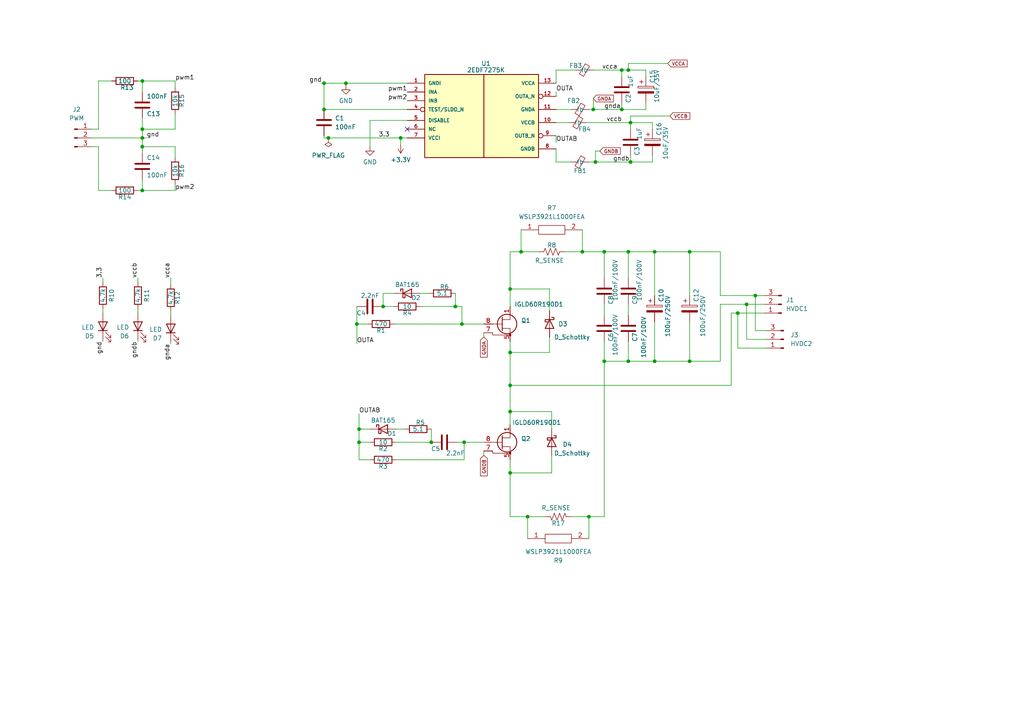
<source format=kicad_sch>
(kicad_sch (version 20211123) (generator eeschema)
  (paper "A4")
  (lib_symbols
    (symbol "2EDF7275K:2EDF7275K" (pin_names (offset 1.016))
      (property "Reference" "U1" (at 17.78 1.27 0))
      (property "Value" "2EDF7275K" (at 17.78 -0.635 0))
      (symbol "2EDF7275K_0_0"
        (rectangle (start 0 -1.905) (end 33.02 -26.035) (stroke (width 0.254)) (fill (type background)))
        (polyline (pts (xy 17.145 -1.905) (xy 17.145 -26.035)) (stroke (width 0.254)))
        (pin power_in line (at -5.08 -4.445 0) (length 5.08) (name "GNDI") (number "1"))
        (pin power_in line (at 38.1 -15.875 180) (length 5.08) (name "VCCB") (number "10"))
        (pin power_in line (at 38.1 -12.065 180) (length 5.08) (name "GNDA") (number "11"))
        (pin output inverted (at 38.1 -8.255 180) (length 5.08) (name "OUTA_N") (number "12"))
        (pin power_in line (at 38.1 -4.445 180) (length 5.08) (name "VCCA") (number "13"))
        (pin input line (at -5.08 -6.985 0) (length 5.08) (name "INA") (number "2"))
        (pin input line (at -5.08 -9.525 0) (length 5.08) (name "INB") (number "3"))
        (pin input inverted (at -5.08 -12.065 0) (length 5.08) (name "TEST/SLDO_N") (number "4"))
        (pin input line (at -5.08 -15.24 0) (length 5.08) (name "DISABLE") (number "5"))
        (pin passive line (at -5.08 -17.78 0) (length 5.08) (name "NC") (number "6"))
        (pin power_in line (at -5.08 -20.32 0) (length 5.08) (name "VCCI") (number "7"))
        (pin power_in line (at 38.1 -23.495 180) (length 5.08) (name "GNDB") (number "8"))
        (pin output inverted (at 38.1 -19.685 180) (length 5.08) (name "OUTB_N") (number "9"))
      )
    )
    (symbol "Connector:Conn_01x03_Male" (pin_names (offset 1.016) hide)
      (property "Reference" "J" (at 0 5.08 0))
      (property "Value" "Conn_01x03_Male" (at 0 -5.08 0))
      (symbol "Conn_01x03_Male_1_1"
        (polyline (pts (xy 1.27 -2.54) (xy 0.8636 -2.54)) (stroke (width 0.1524)))
        (polyline (pts (xy 1.27 0) (xy 0.8636 0)) (stroke (width 0.1524)))
        (polyline (pts (xy 1.27 2.54) (xy 0.8636 2.54)) (stroke (width 0.1524)))
        (rectangle (start 0.8636 -2.413) (end 0 -2.667) (stroke (width 0.1524)) (fill (type outline)))
        (rectangle (start 0.8636 0.127) (end 0 -0.127) (stroke (width 0.1524)) (fill (type outline)))
        (rectangle (start 0.8636 2.667) (end 0 2.413) (stroke (width 0.1524)) (fill (type outline)))
        (pin passive line (at 5.08 2.54 180) (length 3.81) (name "Pin_1") (number "1"))
        (pin passive line (at 5.08 0 180) (length 3.81) (name "Pin_2") (number "2"))
        (pin passive line (at 5.08 -2.54 180) (length 3.81) (name "Pin_3") (number "3"))
      )
    )
    (symbol "Device:C" (pin_numbers hide) (pin_names (offset 0.254))
      (property "Reference" "C" (at 0.635 2.54 0))
      (property "Value" "C" (at 0.635 -2.54 0))
      (symbol "C_0_1"
        (polyline (pts (xy -2.032 -0.762) (xy 2.032 -0.762)) (stroke (width 0.508)))
        (polyline (pts (xy -2.032 0.762) (xy 2.032 0.762)) (stroke (width 0.508)))
      )
      (symbol "C_1_1"
        (pin passive line (at 0 3.81 270) (length 2.794) (name "~") (number "1"))
        (pin passive line (at 0 -3.81 90) (length 2.794) (name "~") (number "2"))
      )
    )
    (symbol "Device:C_Polarized" (pin_numbers hide) (pin_names (offset 0.254))
      (property "Reference" "C" (at 0.635 2.54 0))
      (property "Value" "C_Polarized" (at 0.635 -2.54 0))
      (symbol "C_Polarized_0_1"
        (rectangle (start -2.286 0.508) (end 2.286 1.016))
        (polyline (pts (xy -1.778 2.286) (xy -0.762 2.286)))
        (polyline (pts (xy -1.27 2.794) (xy -1.27 1.778)))
        (rectangle (start 2.286 -0.508) (end -2.286 -1.016) (fill (type outline)))
      )
      (symbol "C_Polarized_1_1"
        (pin passive line (at 0 3.81 270) (length 2.794) (name "~") (number "1"))
        (pin passive line (at 0 -3.81 90) (length 2.794) (name "~") (number "2"))
      )
    )
    (symbol "Device:D_Schottky" (pin_numbers hide) (pin_names (offset 1.016) hide)
      (property "Reference" "D" (at 0 2.54 0))
      (property "Value" "D_Schottky" (at 0 -2.54 0))
      (symbol "D_Schottky_0_1"
        (polyline (pts (xy 1.27 0) (xy -1.27 0)))
        (polyline (pts (xy 1.27 1.27) (xy 1.27 -1.27) (xy -1.27 0) (xy 1.27 1.27)) (stroke (width 0.254)))
        (polyline (pts (xy -1.905 0.635) (xy -1.905 1.27) (xy -1.27 1.27) (xy -1.27 -1.27) (xy -0.635 -1.27) (xy -0.635 -0.635)) (stroke (width 0.254)))
      )
      (symbol "D_Schottky_1_1"
        (pin passive line (at -3.81 0 0) (length 2.54) (name "K") (number "1"))
        (pin passive line (at 3.81 0 180) (length 2.54) (name "A") (number "2"))
      )
    )
    (symbol "Device:FerriteBead_Small" (pin_numbers hide) (pin_names (offset 0))
      (property "Reference" "FB" (at 1.905 1.27 0))
      (property "Value" "FerriteBead_Small" (at 1.905 -1.27 0))
      (symbol "FerriteBead_Small_0_1"
        (polyline (pts (xy 0 -1.27) (xy 0 -0.7874)))
        (polyline (pts (xy 0 0.889) (xy 0 1.2954)))
        (polyline (pts (xy -1.8288 0.2794) (xy -1.1176 1.4986) (xy 1.8288 -0.2032) (xy 1.1176 -1.4224) (xy -1.8288 0.2794)))
      )
      (symbol "FerriteBead_Small_1_1"
        (pin passive line (at 0 2.54 270) (length 1.27) (name "~") (number "1"))
        (pin passive line (at 0 -2.54 90) (length 1.27) (name "~") (number "2"))
      )
    )
    (symbol "Device:LED" (pin_numbers hide) (pin_names (offset 1.016) hide)
      (property "Reference" "D" (at 0 2.54 0))
      (property "Value" "LED" (at 0 -2.54 0))
      (symbol "LED_0_1"
        (polyline (pts (xy -1.27 -1.27) (xy -1.27 1.27)) (stroke (width 0.254)))
        (polyline (pts (xy -1.27 0) (xy 1.27 0)))
        (polyline (pts (xy 1.27 -1.27) (xy 1.27 1.27) (xy -1.27 0) (xy 1.27 -1.27)) (stroke (width 0.254)))
        (polyline (pts (xy -3.048 -0.762) (xy -4.572 -2.286) (xy -3.81 -2.286) (xy -4.572 -2.286) (xy -4.572 -1.524)))
        (polyline (pts (xy -1.778 -0.762) (xy -3.302 -2.286) (xy -2.54 -2.286) (xy -3.302 -2.286) (xy -3.302 -1.524)))
      )
      (symbol "LED_1_1"
        (pin passive line (at -3.81 0 0) (length 2.54) (name "K") (number "1"))
        (pin passive line (at 3.81 0 180) (length 2.54) (name "A") (number "2"))
      )
    )
    (symbol "Device:R" (pin_numbers hide) (pin_names (offset 0))
      (property "Reference" "R" (at 2.032 0 90))
      (property "Value" "R" (at 0 0 90))
      (symbol "R_0_1"
        (rectangle (start -1.016 -2.54) (end 1.016 2.54) (stroke (width 0.254)))
      )
      (symbol "R_1_1"
        (pin passive line (at 0 3.81 270) (length 1.27) (name "~") (number "1"))
        (pin passive line (at 0 -3.81 90) (length 1.27) (name "~") (number "2"))
      )
    )
    (symbol "Device:R_US" (pin_numbers hide) (pin_names (offset 0))
      (property "Reference" "R" (at 2.54 0 90))
      (property "Value" "R_US" (at -2.54 0 90))
      (symbol "R_US_0_1"
        (polyline (pts (xy 0 -2.286) (xy 0 -2.54)))
        (polyline (pts (xy 0 2.286) (xy 0 2.54)))
        (polyline (pts (xy 0 -0.762) (xy 1.016 -1.143) (xy 0 -1.524) (xy -1.016 -1.905) (xy 0 -2.286)))
        (polyline (pts (xy 0 0.762) (xy 1.016 0.381) (xy 0 0) (xy -1.016 -0.381) (xy 0 -0.762)))
        (polyline (pts (xy 0 2.286) (xy 1.016 1.905) (xy 0 1.524) (xy -1.016 1.143) (xy 0 0.762)))
      )
      (symbol "R_US_1_1"
        (pin passive line (at 0 3.81 270) (length 1.27) (name "~") (number "1"))
        (pin passive line (at 0 -3.81 90) (length 1.27) (name "~") (number "2"))
      )
    )
    (symbol "Transistor_FET:IGLD60R190D1" (pin_names (offset 0) hide)
      (property "Reference" "Q" (at 5.08 1.905 0))
      (property "Value" "IGLD60R190D1" (at 5.08 0 0))
      (symbol "IGLD60R190D1_0_1"
        (polyline (pts (xy -2.54 0) (xy 0.254 0)))
        (polyline (pts (xy -2.54 -2.54) (xy -2.54 -3.175) (xy 2.54 -3.175)))
        (polyline (pts (xy 0.254 -1.27) (xy 2.54 -1.27) (xy 2.54 -2.54)))
        (polyline (pts (xy 0.254 1.905) (xy 0.254 -1.905) (xy 0.254 -1.905)) (stroke (width 0.254)))
        (polyline (pts (xy 2.54 2.54) (xy 2.54 1.27) (xy 0.254 1.27)))
        (circle (center 1.651 0) (radius 2.8194) (stroke (width 0.254)))
        (circle (center 2.54 -3.175) (radius 0.2794) (fill (type outline)))
      )
      (symbol "IGLD60R190D1_1_1"
        (pin passive line (at 2.54 5.08 270) (length 2.54) (name "D") (number "1"))
        (pin passive line (at 2.54 5.08 270) (length 2.54) hide (name "D") (number "2"))
        (pin passive line (at 2.54 5.08 270) (length 2.54) hide (name "D") (number "3"))
        (pin passive line (at 2.54 5.08 270) (length 2.54) hide (name "D") (number "4"))
        (pin passive line (at 2.54 -5.08 90) (length 2.54) (name "S") (number "5"))
        (pin passive line (at 2.54 -5.08 90) (length 2.54) hide (name "S") (number "6"))
        (pin passive line (at -5.08 -2.54 0) (length 2.54) (name "SS") (number "7"))
        (pin input line (at -5.08 0 0) (length 2.54) (name "G") (number "8"))
        (pin passive line (at 2.54 -5.08 90) (length 2.54) hide (name "S") (number "9"))
      )
    )
    (symbol "WSLP3921L1000FEA:WSLP3921L1000FEA" (pin_names (offset 0.762))
      (property "Reference" "R" (at 13.97 6.35 0))
      (property "Value" "WSLP3921L1000FEA" (at 13.97 3.81 0))
      (symbol "WSLP3921L1000FEA_0_0"
        (pin passive line (at 0 0 0) (length 5.08) (name "~") (number "1"))
        (pin passive line (at 17.78 0 180) (length 5.08) (name "~") (number "2"))
      )
      (symbol "WSLP3921L1000FEA_0_1"
        (polyline (pts (xy 5.08 1.27) (xy 12.7 1.27) (xy 12.7 -1.27) (xy 5.08 -1.27) (xy 5.08 1.27)) (stroke (width 0.1524)))
      )
    )
    (symbol "power:+3.3V" (power) (pin_names (offset 0))
      (property "Value" "+3.3V" (at 0 3.556 0))
      (symbol "+3.3V_0_1"
        (polyline (pts (xy -0.762 1.27) (xy 0 2.54)))
        (polyline (pts (xy 0 0) (xy 0 2.54)))
        (polyline (pts (xy 0 2.54) (xy 0.762 1.27)))
      )
      (symbol "+3.3V_1_1"
        (pin power_in line (at 0 0 90) (length 0) hide (name "+3.3V") (number "1"))
      )
    )
    (symbol "power:GND" (power) (pin_names (offset 0))
      (property "Value" "GND" (at 0 -3.81 0))
      (symbol "GND_0_1"
        (polyline (pts (xy 0 0) (xy 0 -1.27) (xy 1.27 -1.27) (xy 0 -2.54) (xy -1.27 -1.27) (xy 0 -1.27)))
      )
      (symbol "GND_1_1"
        (pin power_in line (at 0 0 270) (length 0) hide (name "GND") (number "1"))
      )
    )
    (symbol "power:PWR_FLAG" (power) (pin_numbers hide) (pin_names (offset 0) hide)
      (property "Value" "PWR_FLAG" (at 0 3.81 0))
      (symbol "PWR_FLAG_0_0"
        (pin power_out line (at 0 0 90) (length 0) (name "pwr") (number "1"))
      )
      (symbol "PWR_FLAG_0_1"
        (polyline (pts (xy 0 0) (xy 0 1.27) (xy -1.016 1.905) (xy 0 2.54) (xy 1.016 1.905) (xy 0 1.27)))
      )
    )
  )
  (junction (at 104.14 124.46))
  (junction (at 41.275 55.245))
  (junction (at 125.095 128.27))
  (junction (at 175.26 104.775))
  (junction (at 219.075 85.725))
  (junction (at 147.955 137.16))
  (junction (at 132.08 88.9))
  (junction (at 93.98 31.75))
  (junction (at 104.14 128.27))
  (junction (at 41.275 42.545))
  (junction (at 153.035 149.86))
  (junction (at 200.025 73.025))
  (junction (at 147.955 83.82))
  (junction (at 147.955 111.76))
  (junction (at 100.33 24.13))
  (junction (at 103.505 93.98))
  (junction (at 147.955 102.235))
  (junction (at 172.72 46.99))
  (junction (at 41.275 37.465))
  (junction (at 180.34 20.32))
  (junction (at 170.815 149.86))
  (junction (at 182.245 73.025))
  (junction (at 95.25 40.005))
  (junction (at 133.985 93.98))
  (junction (at 147.955 119.38))
  (junction (at 182.88 46.99))
  (junction (at 182.245 104.775))
  (junction (at 189.865 73.025))
  (junction (at 134.62 128.27))
  (junction (at 168.91 73.025))
  (junction (at 180.34 31.75))
  (junction (at 93.98 24.13))
  (junction (at 200.025 104.775))
  (junction (at 182.245 20.32))
  (junction (at 175.26 73.025))
  (junction (at 213.995 90.805))
  (junction (at 41.275 40.005))
  (junction (at 41.275 23.495))
  (junction (at 216.535 88.265))
  (junction (at 111.125 88.9))
  (junction (at 182.88 35.56))
  (junction (at 172.085 31.75))
  (junction (at 189.865 104.775))
  (junction (at 151.13 73.025))
  (junction (at 116.205 40.005))
  (no_connect (at 118.11 37.465))
  (wire (pts (xy 111.125 85.09) (xy 114.3 85.09)))
  (wire (pts (xy 28.575 55.245) (xy 28.575 42.545)))
  (wire (pts (xy 189.865 93.345) (xy 189.865 104.775)))
  (wire (pts (xy 213.995 90.805) (xy 221.615 90.805)))
  (wire (pts (xy 49.53 90.17) (xy 49.53 91.44)))
  (wire (pts (xy 93.98 31.75) (xy 118.11 31.75)))
  (wire (pts (xy 187.325 29.845) (xy 187.325 31.75)))
  (wire (pts (xy 180.34 22.225) (xy 180.34 20.32)))
  (wire (pts (xy 160.02 119.38) (xy 147.955 119.38)))
  (wire (pts (xy 114.935 128.27) (xy 125.095 128.27)))
  (wire (pts (xy 147.955 99.06) (xy 147.955 102.235)))
  (wire (pts (xy 222.25 95.885) (xy 219.075 95.885)))
  (wire (pts (xy 100.33 24.765) (xy 100.33 24.13)))
  (wire (pts (xy 170.815 149.86) (xy 165.735 149.86)))
  (wire (pts (xy 28.575 23.495) (xy 32.385 23.495)))
  (wire (pts (xy 208.915 73.025) (xy 208.915 85.725)))
  (wire (pts (xy 140.335 132.08) (xy 140.335 130.81)))
  (wire (pts (xy 189.865 73.025) (xy 200.025 73.025)))
  (wire (pts (xy 219.075 95.885) (xy 219.075 85.725)))
  (wire (pts (xy 107.315 34.925) (xy 107.315 42.545)))
  (wire (pts (xy 172.085 31.75) (xy 180.34 31.75)))
  (wire (pts (xy 116.205 41.91) (xy 116.205 40.005)))
  (wire (pts (xy 161.29 24.13) (xy 161.29 20.32)))
  (wire (pts (xy 175.26 104.775) (xy 175.26 99.06)))
  (wire (pts (xy 41.275 42.545) (xy 41.275 44.45)))
  (wire (pts (xy 147.955 119.38) (xy 147.955 123.19)))
  (wire (pts (xy 187.325 31.75) (xy 180.34 31.75)))
  (wire (pts (xy 182.245 73.025) (xy 189.865 73.025)))
  (wire (pts (xy 93.98 24.13) (xy 100.33 24.13)))
  (wire (pts (xy 212.09 111.76) (xy 212.09 90.805)))
  (wire (pts (xy 50.8 25.4) (xy 50.8 23.495)))
  (wire (pts (xy 28.575 37.465) (xy 28.575 23.495)))
  (wire (pts (xy 100.33 24.13) (xy 118.11 24.13)))
  (wire (pts (xy 41.275 23.495) (xy 41.275 26.67)))
  (wire (pts (xy 172.085 20.32) (xy 180.34 20.32)))
  (wire (pts (xy 121.92 88.9) (xy 132.08 88.9)))
  (wire (pts (xy 147.955 73.025) (xy 147.955 83.82)))
  (wire (pts (xy 160.02 124.46) (xy 160.02 119.38)))
  (wire (pts (xy 40.005 80.645) (xy 40.005 81.915)))
  (wire (pts (xy 147.955 137.16) (xy 147.955 149.86)))
  (wire (pts (xy 161.29 35.56) (xy 165.1 35.56)))
  (wire (pts (xy 170.18 35.56) (xy 182.88 35.56)))
  (wire (pts (xy 151.13 66.675) (xy 151.13 73.025)))
  (wire (pts (xy 172.72 46.99) (xy 182.88 46.99)))
  (wire (pts (xy 103.505 93.98) (xy 103.505 88.9)))
  (wire (pts (xy 170.815 156.21) (xy 170.815 149.86)))
  (wire (pts (xy 134.62 128.27) (xy 140.335 128.27)))
  (wire (pts (xy 172.085 31.75) (xy 170.815 31.75)))
  (wire (pts (xy 114.3 88.9) (xy 111.125 88.9)))
  (wire (pts (xy 213.995 100.965) (xy 213.995 90.805)))
  (wire (pts (xy 106.68 93.98) (xy 103.505 93.98)))
  (wire (pts (xy 200.025 85.725) (xy 200.025 73.025)))
  (wire (pts (xy 182.245 104.775) (xy 189.865 104.775)))
  (wire (pts (xy 175.26 88.265) (xy 175.26 91.44)))
  (wire (pts (xy 159.385 97.79) (xy 159.385 102.235)))
  (wire (pts (xy 159.385 102.235) (xy 147.955 102.235)))
  (wire (pts (xy 132.715 128.27) (xy 134.62 128.27)))
  (wire (pts (xy 50.8 45.72) (xy 50.8 42.545)))
  (wire (pts (xy 161.29 41.275) (xy 161.29 39.37)))
  (wire (pts (xy 104.14 120.015) (xy 104.14 124.46)))
  (wire (pts (xy 147.955 111.76) (xy 147.955 119.38)))
  (wire (pts (xy 182.88 45.085) (xy 182.88 46.99)))
  (wire (pts (xy 161.29 26.67) (xy 161.29 27.94)))
  (wire (pts (xy 161.29 20.32) (xy 167.005 20.32)))
  (wire (pts (xy 182.245 88.265) (xy 182.245 91.44)))
  (wire (pts (xy 182.245 73.025) (xy 182.245 80.645)))
  (wire (pts (xy 26.67 37.465) (xy 28.575 37.465)))
  (wire (pts (xy 40.005 99.06) (xy 40.005 98.425)))
  (wire (pts (xy 41.275 34.29) (xy 41.275 37.465)))
  (wire (pts (xy 182.245 18.415) (xy 193.675 18.415)))
  (wire (pts (xy 151.13 73.025) (xy 156.21 73.025)))
  (wire (pts (xy 160.02 132.08) (xy 160.02 137.16)))
  (wire (pts (xy 26.67 42.545) (xy 28.575 42.545)))
  (wire (pts (xy 200.025 73.025) (xy 208.915 73.025)))
  (wire (pts (xy 114.935 124.46) (xy 117.475 124.46)))
  (wire (pts (xy 133.985 93.98) (xy 140.335 93.98)))
  (wire (pts (xy 29.845 80.645) (xy 29.845 81.915)))
  (wire (pts (xy 189.23 45.085) (xy 189.23 46.99)))
  (wire (pts (xy 40.005 55.245) (xy 41.275 55.245)))
  (wire (pts (xy 50.8 55.245) (xy 41.275 55.245)))
  (wire (pts (xy 161.29 43.18) (xy 161.29 46.99)))
  (wire (pts (xy 107.315 128.27) (xy 104.14 128.27)))
  (wire (pts (xy 170.815 46.99) (xy 172.72 46.99)))
  (wire (pts (xy 50.8 33.02) (xy 50.8 37.465)))
  (wire (pts (xy 159.385 90.17) (xy 159.385 83.82)))
  (wire (pts (xy 200.025 93.345) (xy 200.025 104.775)))
  (wire (pts (xy 50.8 23.495) (xy 41.275 23.495)))
  (wire (pts (xy 159.385 83.82) (xy 147.955 83.82)))
  (wire (pts (xy 147.955 111.76) (xy 212.09 111.76)))
  (wire (pts (xy 26.67 40.005) (xy 41.275 40.005)))
  (wire (pts (xy 41.275 55.245) (xy 41.275 52.07)))
  (wire (pts (xy 103.505 99.695) (xy 103.505 93.98)))
  (wire (pts (xy 93.98 40.005) (xy 95.25 40.005)))
  (wire (pts (xy 116.205 40.005) (xy 118.11 40.005)))
  (wire (pts (xy 125.095 128.27) (xy 125.095 124.46)))
  (wire (pts (xy 175.26 104.775) (xy 182.245 104.775)))
  (wire (pts (xy 93.98 39.37) (xy 93.98 40.005)))
  (wire (pts (xy 147.955 133.35) (xy 147.955 137.16)))
  (wire (pts (xy 41.275 37.465) (xy 41.275 40.005)))
  (wire (pts (xy 161.29 31.75) (xy 165.735 31.75)))
  (wire (pts (xy 168.91 73.025) (xy 163.83 73.025)))
  (wire (pts (xy 175.26 73.025) (xy 182.245 73.025)))
  (wire (pts (xy 208.915 85.725) (xy 219.075 85.725)))
  (wire (pts (xy 49.53 99.695) (xy 49.53 99.06)))
  (wire (pts (xy 50.8 37.465) (xy 41.275 37.465)))
  (wire (pts (xy 208.915 88.265) (xy 216.535 88.265)))
  (wire (pts (xy 29.845 89.535) (xy 29.845 90.805)))
  (wire (pts (xy 219.075 85.725) (xy 221.615 85.725)))
  (wire (pts (xy 41.275 40.005) (xy 42.545 40.005)))
  (wire (pts (xy 189.23 37.465) (xy 189.23 35.56)))
  (wire (pts (xy 187.325 22.225) (xy 187.325 20.32)))
  (wire (pts (xy 114.935 133.35) (xy 134.62 133.35)))
  (wire (pts (xy 93.98 24.13) (xy 93.98 31.75)))
  (wire (pts (xy 147.955 149.86) (xy 153.035 149.86)))
  (wire (pts (xy 208.915 104.775) (xy 208.915 88.265)))
  (wire (pts (xy 153.035 156.21) (xy 153.035 149.86)))
  (wire (pts (xy 104.14 133.35) (xy 104.14 128.27)))
  (wire (pts (xy 182.88 35.56) (xy 189.23 35.56)))
  (wire (pts (xy 50.8 42.545) (xy 41.275 42.545)))
  (wire (pts (xy 140.335 97.79) (xy 140.335 96.52)))
  (wire (pts (xy 132.08 88.9) (xy 132.08 85.09)))
  (wire (pts (xy 107.315 133.35) (xy 104.14 133.35)))
  (wire (pts (xy 182.88 35.56) (xy 182.88 37.465)))
  (wire (pts (xy 172.085 28.575) (xy 172.085 31.75)))
  (wire (pts (xy 133.985 93.98) (xy 133.985 88.9)))
  (wire (pts (xy 182.88 46.99) (xy 189.23 46.99)))
  (wire (pts (xy 182.245 18.415) (xy 182.245 20.32)))
  (wire (pts (xy 32.385 55.245) (xy 28.575 55.245)))
  (wire (pts (xy 50.8 53.34) (xy 50.8 55.245)))
  (wire (pts (xy 111.125 88.9) (xy 111.125 85.09)))
  (wire (pts (xy 41.275 42.545) (xy 41.275 40.005)))
  (wire (pts (xy 175.26 73.025) (xy 168.91 73.025)))
  (wire (pts (xy 222.25 98.425) (xy 216.535 98.425)))
  (wire (pts (xy 189.865 85.725) (xy 189.865 73.025)))
  (wire (pts (xy 161.29 46.99) (xy 165.735 46.99)))
  (wire (pts (xy 29.845 99.06) (xy 29.845 98.425)))
  (wire (pts (xy 189.865 104.775) (xy 200.025 104.775)))
  (wire (pts (xy 180.34 20.32) (xy 182.245 20.32)))
  (wire (pts (xy 173.99 43.815) (xy 172.72 43.815)))
  (wire (pts (xy 40.005 89.535) (xy 40.005 90.805)))
  (wire (pts (xy 147.955 83.82) (xy 147.955 88.9)))
  (wire (pts (xy 172.72 43.815) (xy 172.72 46.99)))
  (wire (pts (xy 182.88 33.655) (xy 182.88 35.56)))
  (wire (pts (xy 40.005 23.495) (xy 41.275 23.495)))
  (wire (pts (xy 104.14 124.46) (xy 107.315 124.46)))
  (wire (pts (xy 133.985 88.9) (xy 132.08 88.9)))
  (wire (pts (xy 216.535 88.265) (xy 221.615 88.265)))
  (wire (pts (xy 153.035 149.86) (xy 158.115 149.86)))
  (wire (pts (xy 175.26 80.645) (xy 175.26 73.025)))
  (wire (pts (xy 107.315 34.925) (xy 118.11 34.925)))
  (wire (pts (xy 134.62 133.35) (xy 134.62 128.27)))
  (wire (pts (xy 222.25 100.965) (xy 213.995 100.965)))
  (wire (pts (xy 121.92 85.09) (xy 124.46 85.09)))
  (wire (pts (xy 194.31 33.655) (xy 182.88 33.655)))
  (wire (pts (xy 180.34 29.845) (xy 180.34 31.75)))
  (wire (pts (xy 216.535 98.425) (xy 216.535 88.265)))
  (wire (pts (xy 175.26 149.86) (xy 175.26 104.775)))
  (wire (pts (xy 95.25 40.005) (xy 116.205 40.005)))
  (wire (pts (xy 170.815 149.86) (xy 175.26 149.86)))
  (wire (pts (xy 114.3 93.98) (xy 133.985 93.98)))
  (wire (pts (xy 93.345 24.13) (xy 93.98 24.13)))
  (wire (pts (xy 160.02 137.16) (xy 147.955 137.16)))
  (wire (pts (xy 147.955 102.235) (xy 147.955 111.76)))
  (wire (pts (xy 187.325 20.32) (xy 182.245 20.32)))
  (wire (pts (xy 168.91 66.675) (xy 168.91 73.025)))
  (wire (pts (xy 182.245 99.06) (xy 182.245 104.775)))
  (wire (pts (xy 104.14 128.27) (xy 104.14 124.46)))
  (wire (pts (xy 147.955 73.025) (xy 151.13 73.025)))
  (wire (pts (xy 200.025 104.775) (xy 208.915 104.775)))
  (wire (pts (xy 212.09 90.805) (xy 213.995 90.805)))
  (wire (pts (xy 49.53 80.645) (xy 49.53 82.55)))
  (label "pwm1" (at 118.11 26.67 180))
  (label "pwm2" (at 50.8 55.245 0))
  (label "gnd" (at 29.845 99.06 270))
  (label "OUTA" (at 103.505 99.695 0))
  (label "gnda" (at 175.26 31.75 0))
  (label "pwm1" (at 50.8 23.495 0))
  (label "OUTA" (at 161.29 26.67 0))
  (label "pwm2" (at 118.11 29.21 180))
  (label "gnda" (at 49.53 99.695 270))
  (label "vcca" (at 174.625 20.32 0))
  (label "vcca" (at 49.53 80.645 90))
  (label "gndb" (at 40.005 99.06 270))
  (label "3.3" (at 29.845 80.645 90))
  (label "vccb" (at 175.895 35.56 0))
  (label "vccb" (at 40.005 80.645 90))
  (label "gndb" (at 177.8 46.99 0))
  (label "gnd" (at 93.345 24.13 180))
  (label "gnd" (at 42.545 40.005 0))
  (label "3.3" (at 113.03 40.005 180))
  (label "OUTAB" (at 104.14 120.015 0))
  (label "OUTAB" (at 161.29 41.275 0))
  (global_label "GNDA" (shape input) (at 172.085 28.575 0) (effects (font (size 1 1))) (property "Intersheet References" "${INTERSHEET_REFS}" (effects hide)))
  (global_label "GNDB" (shape input) (at 140.335 132.08 270) (effects (font (size 1 1))) (property "Intersheet References" "${INTERSHEET_REFS}" (effects hide)))
  (global_label "GNDA" (shape input) (at 140.335 97.79 270) (effects (font (size 1 1))) (property "Intersheet References" "${INTERSHEET_REFS}" (effects hide)))
  (global_label "GNDB" (shape input) (at 173.99 43.815 0) (effects (font (size 1 1))) (property "Intersheet References" "${INTERSHEET_REFS}" (effects hide)))
  (global_label "VCCA" (shape input) (at 193.675 18.415 0) (effects (font (size 1 1))) (property "Intersheet References" "${INTERSHEET_REFS}" (effects hide)))
  (global_label "VCCB" (shape input) (at 194.31 33.655 0) (effects (font (size 1 1))) (property "Intersheet References" "${INTERSHEET_REFS}" (effects hide)))
  (symbol (lib_id "Connector:Conn_01x03_Male") (at 227.33 98.425 180) (unit 1)
    (property "Reference" "J3" (at 229.235 97.1549 0) (effects (justify right)))
    (property "Value" "HVDC2" (at 229.235 99.6949 0) (effects (justify right)))
    (property "Footprint" "Connector_Molex:Molex_KK-396_A-41791-0003_1x03_P3.96mm_Vertical" (effects hide))
  )
  (symbol (lib_id "Device:FerriteBead_Small") (at 168.275 31.75 90) (unit 1)
    (property "Reference" "FB2" (at 166.37 29.21 90))
    (property "Value" "fb" (at 168.275 31.75 90))
    (property "Footprint" "Resistor_SMD:R_0805_2012Metric" (effects hide))
  )
  (symbol (lib_id "Device:R") (at 111.125 133.35 90) (unit 1)
    (property "Reference" "R3" (at 111.125 135.255 90))
    (property "Value" "470" (at 111.125 133.35 90))
    (property "Footprint" "Resistor_SMD:R_0805_2012Metric" (effects hide))
  )
  (symbol (lib_id "power:PWR_FLAG") (at 95.25 40.005 180) (unit 1)
    (property "Reference" "#FLG01" (effects hide))
    (property "Value" "PWR_FLAG" (at 95.25 45.085 0))
  )
  (symbol (lib_id "Device:R") (at 49.53 86.36 180) (unit 1)
    (property "Reference" "R12" (at 51.435 86.36 90))
    (property "Value" "4.7k" (at 49.53 86.36 90))
    (property "Footprint" "Resistor_SMD:R_0805_2012Metric" (effects hide))
  )
  (symbol (lib_id "Device:R") (at 110.49 93.98 90) (unit 1)
    (property "Reference" "R1" (at 110.49 95.885 90))
    (property "Value" "470" (at 110.49 93.98 90))
    (property "Footprint" "Resistor_SMD:R_0805_2012Metric" (effects hide))
  )
  (symbol (lib_id "power:GND") (at 107.315 42.545 0) (unit 1)
    (property "Reference" "#PWR0101" (effects hide))
    (property "Value" "GND" (at 107.315 46.99 0))
  )
  (symbol (lib_id "Device:R") (at 40.005 85.725 180) (unit 1)
    (property "Reference" "R11" (at 42.545 85.725 90))
    (property "Value" "4.7k" (at 40.005 85.725 90))
    (property "Footprint" "Resistor_SMD:R_0805_2012Metric" (effects hide))
  )
  (symbol (lib_id "Device:LED") (at 40.005 94.615 90) (unit 1)
    (property "Reference" "D6" (at 37.465 97.4726 90) (effects (justify left)))
    (property "Value" "LED" (at 37.465 94.9326 90) (effects (justify left)))
    (property "Footprint" "LED_SMD:LED_0805_2012Metric" (effects hide))
  )
  (symbol (lib_id "Device:D_Schottky") (at 160.02 128.27 270) (unit 1)
    (property "Reference" "D4" (at 163.195 128.905 90) (effects (justify left)))
    (property "Value" "D_Schottky" (at 160.655 131.445 90) (effects (justify left)))
    (property "Footprint" "Diode_THT:D_5KPW_P12.70mm_Horizontal" (effects hide))
  )
  (symbol (lib_id "Device:C") (at 180.34 26.035 180) (unit 1)
    (property "Reference" "C2" (at 182.245 28.575 90))
    (property "Value" "1uF" (at 182.88 23.495 90))
    (property "Footprint" "Capacitor_SMD:C_0805_2012Metric" (effects hide))
  )
  (symbol (lib_id "Device:C") (at 182.245 95.25 180) (unit 1)
    (property "Reference" "C7" (at 184.15 97.79 90))
    (property "Value" "100nF/100V" (at 186.69 97.79 90))
    (property "Footprint" "Capacitor_SMD:C_0805_2012Metric" (effects hide))
  )
  (symbol (lib_id "Device:FerriteBead_Small") (at 169.545 20.32 90) (unit 1)
    (property "Reference" "FB3" (at 167.005 19.05 90))
    (property "Value" "fb" (at 169.545 20.32 90))
    (property "Footprint" "Resistor_SMD:R_0805_2012Metric" (effects hide))
  )
  (symbol (lib_id "Device:C_Polarized") (at 189.865 89.535 0) (unit 1)
    (property "Reference" "C10" (at 191.77 87.63 90) (effects (justify left)))
    (property "Value" "100uF/250V" (at 193.675 97.79 90) (effects (justify left)))
    (property "Footprint" "Capacitor_SMD:CP_Elec_4x5.8" (effects hide))
  )
  (symbol (lib_id "Device:C") (at 175.26 95.25 180) (unit 1)
    (property "Reference" "C6" (at 177.165 97.79 90))
    (property "Value" "100nF/100V" (at 178.435 97.155 90))
    (property "Footprint" "Capacitor_SMD:C_0805_2012Metric" (effects hide))
  )
  (symbol (lib_id "Connector:Conn_01x03_Male") (at 21.59 40.005 0) (unit 1)
    (property "Reference" "J2" (at 22.225 31.75 0))
    (property "Value" "PWM" (at 22.225 34.29 0))
    (property "Footprint" "Connector_Molex:Molex_KK-254_AE-6410-03A_1x03_P2.54mm_Vertical" (effects hide))
  )
  (symbol (lib_id "Device:C") (at 128.905 128.27 90) (unit 1)
    (property "Reference" "C5" (at 126.365 130.175 90))
    (property "Value" "2.2nF" (at 132.08 131.445 90))
    (property "Footprint" "Capacitor_SMD:C_0805_2012Metric" (effects hide))
  )
  (symbol (lib_id "Device:C") (at 107.315 88.9 90) (unit 1)
    (property "Reference" "C4" (at 104.775 90.805 90))
    (property "Value" "2.2nF" (at 107.315 85.725 90))
    (property "Footprint" "Capacitor_SMD:C_0805_2012Metric" (effects hide))
  )
  (symbol (lib_id "Device:C") (at 182.245 84.455 180) (unit 1)
    (property "Reference" "C9" (at 184.15 86.995 90))
    (property "Value" "100nF/100V" (at 185.42 81.28 90))
    (property "Footprint" "Capacitor_SMD:C_0805_2012Metric" (effects hide))
  )
  (symbol (lib_id "Device:C") (at 41.275 30.48 0) (mirror x) (unit 1)
    (property "Reference" "C13" (at 42.545 33.02 0) (effects (justify left)))
    (property "Value" "100nF" (at 42.545 27.94 0) (effects (justify left)))
    (property "Footprint" "Capacitor_SMD:C_0805_2012Metric" (effects hide))
  )
  (symbol (lib_id "Device:R") (at 50.8 49.53 180) (unit 1)
    (property "Reference" "R16" (at 52.705 49.53 90))
    (property "Value" "10k" (at 50.8 49.53 90))
    (property "Footprint" "Resistor_SMD:R_0805_2012Metric" (effects hide))
  )
  (symbol (lib_id "Device:R") (at 50.8 29.21 0) (mirror y) (unit 1)
    (property "Reference" "R15" (at 52.705 29.21 90))
    (property "Value" "10k" (at 50.8 29.21 90))
    (property "Footprint" "Resistor_SMD:R_0805_2012Metric" (effects hide))
  )
  (symbol (lib_id "Device:C_Polarized") (at 189.23 41.275 0) (unit 1)
    (property "Reference" "C16" (at 191.135 39.37 90) (effects (justify left)))
    (property "Value" "10uF/35V" (at 193.04 46.355 90) (effects (justify left)))
    (property "Footprint" "Capacitor_SMD:CP_Elec_4x5.8" (effects hide))
  )
  (symbol (lib_id "Device:R_US") (at 161.925 149.86 90) (mirror x) (unit 1)
    (property "Reference" "R17" (at 161.925 151.765 90))
    (property "Value" "R_SENSE" (at 161.29 147.32 90))
  )
  (symbol (lib_id "Device:R") (at 121.285 124.46 90) (unit 1)
    (property "Reference" "R5" (at 121.92 122.555 90))
    (property "Value" "5.1" (at 121.285 124.46 90))
    (property "Footprint" "Resistor_SMD:R_0805_2012Metric" (effects hide))
  )
  (symbol (lib_id "Device:C") (at 41.275 48.26 0) (unit 1)
    (property "Reference" "C14" (at 42.545 45.72 0) (effects (justify left)))
    (property "Value" "100nF" (at 42.545 50.8 0) (effects (justify left)))
    (property "Footprint" "Capacitor_SMD:C_0805_2012Metric" (effects hide))
  )
  (symbol (lib_id "Device:FerriteBead_Small") (at 168.275 46.99 90) (unit 1)
    (property "Reference" "FB1" (at 168.275 49.53 90))
    (property "Value" "fb" (at 168.275 46.99 90))
    (property "Footprint" "Resistor_SMD:R_0805_2012Metric" (effects hide))
  )
  (symbol (lib_id "WSLP3921L1000FEA:WSLP3921L1000FEA") (at 153.035 156.21 0) (mirror x) (unit 1)
    (property "Reference" "R9" (at 161.925 162.56 0))
    (property "Value" "WSLP3921L1000FEA" (at 161.925 160.02 0))
    (property "Footprint" "footprint:RESC10052X50N" (effects hide))
    (property "Datasheet" "https://datasheet.datasheetarchive.com/originals/distributors/Datasheets_SAMA/cd369b67f640568f5c60fc944b86acf3.pdf" (effects hide))
    (property "Description" "Current Sense Resistors - SMD 9W 0.0001ohm 1%" (effects hide))
    (property "Height" "0.5" (effects hide))
    (property "Manufacturer_Name" "Vishay" (effects hide))
    (property "Manufacturer_Part_Number" "WSLP3921L1000FEA" (effects hide))
    (property "Mouser Part Number" "71-WSLP3921L1000FEA" (effects hide))
    (property "Mouser Price/Stock" "https://www.mouser.co.uk/ProductDetail/Vishay-Dale/WSLP3921L1000FEA?qs=TiOZkKH1s2S5b3T%252BuIp%2FVQ%3D%3D" (effects hide))
  )
  (symbol (lib_id "Device:R") (at 29.845 85.725 180) (unit 1)
    (property "Reference" "R10" (at 32.385 85.725 90))
    (property "Value" "4.7k" (at 29.845 85.725 90))
    (property "Footprint" "Resistor_SMD:R_0805_2012Metric" (effects hide))
  )
  (symbol (lib_id "Device:C") (at 175.26 84.455 180) (unit 1)
    (property "Reference" "C8" (at 177.165 86.995 90))
    (property "Value" "100nF/100V" (at 178.435 81.28 90))
    (property "Footprint" "Capacitor_SMD:C_0805_2012Metric" (effects hide))
  )
  (symbol (lib_id "2EDF7275K:2EDF7275K") (at 123.19 19.685 0) (unit 1)
    (property "Reference" "U1" (at 140.97 18.415 0))
    (property "Value" "2EDF7275K" (at 140.97 20.32 0))
    (property "Footprint" "footprint:TFLGA65P500X500X106-14_13N-V" (effects hide))
  )
  (symbol (lib_id "Transistor_FET:IGLD60R190D1") (at 145.415 93.98 0) (unit 1)
    (property "Reference" "Q1" (at 151.13 92.9639 0) (effects (justify left)))
    (property "Value" "IGLD60R190D1" (at 149.225 88.265 0) (effects (justify left)))
    (property "Footprint" "Package_SON:Infineon_PG-LSON-8-1" (effects hide))
    (property "Datasheet" "https://www.infineon.com/dgdl/Infineon-IGLD60R190D1-DataSheet-v02_00-EN.pdf?fileId=5546d46269e1c019016a6d78ff5e2aba" (effects hide))
  )
  (symbol (lib_id "WSLP3921L1000FEA:WSLP3921L1000FEA") (at 151.13 66.675 0) (unit 1)
    (property "Reference" "R7" (at 160.02 60.325 0))
    (property "Value" "WSLP3921L1000FEA" (at 160.02 62.865 0))
    (property "Footprint" "footprint:RESC10052X50N" (effects hide))
    (property "Datasheet" "https://datasheet.datasheetarchive.com/originals/distributors/Datasheets_SAMA/cd369b67f640568f5c60fc944b86acf3.pdf" (effects hide))
    (property "Description" "Current Sense Resistors - SMD 9W 0.0001ohm 1%" (effects hide))
    (property "Height" "0.5" (effects hide))
    (property "Manufacturer_Name" "Vishay" (effects hide))
    (property "Manufacturer_Part_Number" "WSLP3921L1000FEA" (effects hide))
    (property "Mouser Part Number" "71-WSLP3921L1000FEA" (effects hide))
    (property "Mouser Price/Stock" "https://www.mouser.co.uk/ProductDetail/Vishay-Dale/WSLP3921L1000FEA?qs=TiOZkKH1s2S5b3T%252BuIp%2FVQ%3D%3D" (effects hide))
  )
  (symbol (lib_id "power:GND") (at 100.33 24.765 0) (unit 1)
    (property "Reference" "#PWR0102" (effects hide))
    (property "Value" "GND" (at 100.33 29.21 0))
  )
  (symbol (lib_id "Device:R") (at 36.195 23.495 90) (mirror x) (unit 1)
    (property "Reference" "R13" (at 36.83 25.4 90))
    (property "Value" "100" (at 36.195 23.495 90))
    (property "Footprint" "Resistor_SMD:R_0805_2012Metric" (effects hide))
  )
  (symbol (lib_id "Device:D_Schottky") (at 159.385 93.98 270) (unit 1)
    (property "Reference" "D3" (at 161.925 93.98 90) (effects (justify left)))
    (property "Value" "D_Schottky" (at 160.655 97.79 90) (effects (justify left)))
    (property "Footprint" "Diode_THT:D_5KPW_P12.70mm_Horizontal" (effects hide))
  )
  (symbol (lib_id "Connector:Conn_01x03_Male") (at 226.695 88.265 180) (unit 1)
    (property "Reference" "J1" (at 227.965 86.9949 0) (effects (justify right)))
    (property "Value" "HVDC1" (at 227.965 89.5349 0) (effects (justify right)))
    (property "Footprint" "Connector_Molex:Molex_KK-396_A-41791-0003_1x03_P3.96mm_Vertical" (effects hide))
  )
  (symbol (lib_id "power:+3.3V") (at 116.205 41.91 180) (unit 1)
    (property "Reference" "#PWR01" (effects hide))
    (property "Value" "+3.3V" (at 116.205 46.355 0))
  )
  (symbol (lib_id "Device:C") (at 182.88 41.275 180) (unit 1)
    (property "Reference" "C3" (at 184.785 43.815 90))
    (property "Value" "1uF" (at 185.42 38.735 90))
    (property "Footprint" "Capacitor_SMD:C_0805_2012Metric" (effects hide))
  )
  (symbol (lib_id "Device:R") (at 36.195 55.245 90) (unit 1)
    (property "Reference" "R14" (at 36.195 57.15 90))
    (property "Value" "100" (at 36.195 55.245 90))
    (property "Footprint" "Resistor_SMD:R_0805_2012Metric" (effects hide))
  )
  (symbol (lib_id "Device:R_US") (at 160.02 73.025 90) (unit 1)
    (property "Reference" "R8" (at 160.02 71.12 90))
    (property "Value" "R_SENSE" (at 159.385 75.565 90))
  )
  (symbol (lib_id "Device:D_Schottky") (at 118.11 85.09 0) (unit 1)
    (property "Reference" "D2" (at 120.65 86.36 0))
    (property "Value" "BAT165" (at 118.11 82.55 0))
    (property "Footprint" "Diode_SMD:D_SOD-323" (effects hide))
  )
  (symbol (lib_id "Device:R") (at 111.125 128.27 90) (unit 1)
    (property "Reference" "R2" (at 111.125 130.175 90))
    (property "Value" "10" (at 111.125 128.27 90))
    (property "Footprint" "Resistor_SMD:R_0805_2012Metric" (effects hide))
  )
  (symbol (lib_id "Device:C_Polarized") (at 187.325 26.035 0) (unit 1)
    (property "Reference" "C15" (at 189.23 24.13 90) (effects (justify left)))
    (property "Value" "10uF/35V" (at 190.5 29.845 90) (effects (justify left)))
    (property "Footprint" "Capacitor_SMD:CP_Elec_4x5.8" (effects hide))
  )
  (symbol (lib_id "Device:D_Schottky") (at 111.125 124.46 0) (unit 1)
    (property "Reference" "D1" (at 113.665 125.73 0))
    (property "Value" "BAT165" (at 111.125 121.92 0))
    (property "Footprint" "Diode_SMD:D_SOD-323" (effects hide))
  )
  (symbol (lib_id "Device:R") (at 128.27 85.09 90) (unit 1)
    (property "Reference" "R6" (at 128.905 83.185 90))
    (property "Value" "5.1" (at 128.27 85.09 90))
    (property "Footprint" "Resistor_SMD:R_0805_2012Metric" (effects hide))
  )
  (symbol (lib_id "Device:FerriteBead_Small") (at 167.64 35.56 90) (unit 1)
    (property "Reference" "FB4" (at 169.545 37.465 90))
    (property "Value" "fb" (at 167.64 35.56 90))
    (property "Footprint" "Resistor_SMD:R_0805_2012Metric" (effects hide))
  )
  (symbol (lib_id "Device:R") (at 118.11 88.9 90) (unit 1)
    (property "Reference" "R4" (at 118.11 90.805 90))
    (property "Value" "10" (at 118.11 88.9 90))
    (property "Footprint" "Resistor_SMD:R_0805_2012Metric" (effects hide))
  )
  (symbol (lib_id "Device:C_Polarized") (at 200.025 89.535 0) (unit 1)
    (property "Reference" "C12" (at 201.93 87.63 90) (effects (justify left)))
    (property "Value" "100uF/250V" (at 203.835 97.79 90) (effects (justify left)))
    (property "Footprint" "Capacitor_SMD:CP_Elec_4x5.8" (effects hide))
  )
  (symbol (lib_id "Device:LED") (at 29.845 94.615 90) (unit 1)
    (property "Reference" "D5" (at 27.305 97.4726 90) (effects (justify left)))
    (property "Value" "LED" (at 27.305 94.9326 90) (effects (justify left)))
    (property "Footprint" "LED_SMD:LED_0805_2012Metric" (effects hide))
  )
  (symbol (lib_id "Transistor_FET:IGLD60R190D1") (at 145.415 128.27 0) (unit 1)
    (property "Reference" "Q2" (at 151.13 127.2539 0) (effects (justify left)))
    (property "Value" "IGLD60R190D1" (at 148.59 122.555 0) (effects (justify left)))
    (property "Footprint" "Package_SON:Infineon_PG-LSON-8-1" (effects hide))
    (property "Datasheet" "https://www.infineon.com/dgdl/Infineon-IGLD60R190D1-DataSheet-v02_00-EN.pdf?fileId=5546d46269e1c019016a6d78ff5e2aba" (effects hide))
  )
  (symbol (lib_id "Device:C") (at 93.98 35.56 0) (unit 1)
    (property "Reference" "C1" (at 97.155 34.2899 0) (effects (justify left)))
    (property "Value" "100nF" (at 97.155 36.8299 0) (effects (justify left)))
    (property "Footprint" "Capacitor_SMD:C_0805_2012Metric" (effects hide))
  )
  (symbol (lib_id "Device:LED") (at 49.53 95.25 90) (unit 1)
    (property "Reference" "D7" (at 46.99 98.1076 90) (effects (justify left)))
    (property "Value" "LED" (at 46.99 95.5676 90) (effects (justify left)))
    (property "Footprint" "LED_SMD:LED_0805_2012Metric" (effects hide))
  )
)
</source>
